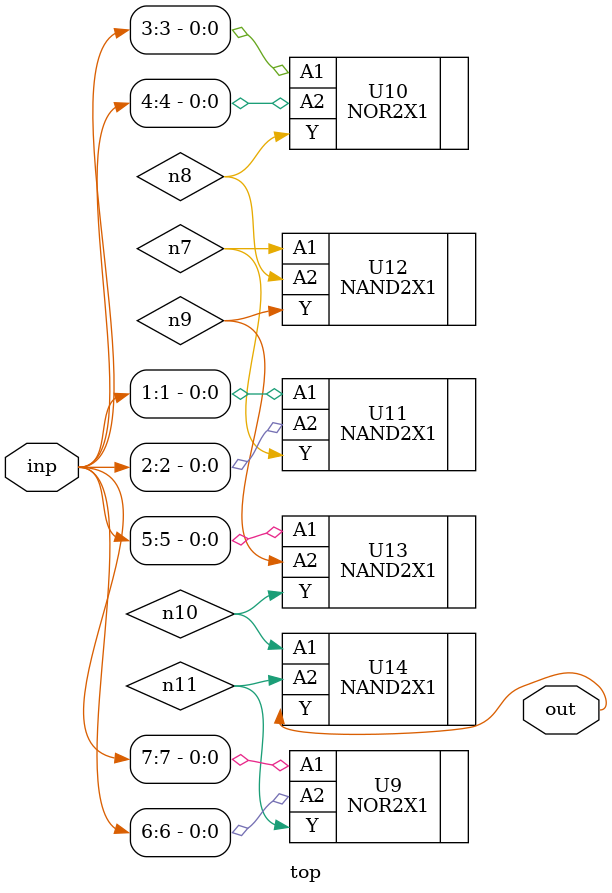
<source format=sv>


module top ( inp, out );
  input [7:0] inp;
  output out;
  wire   n7, n8, n9, n10, n11;

  NOR2X1 U9 ( .A1(inp[7]), .A2(inp[6]), .Y(n11) );
  NOR2X1 U10 ( .A1(inp[3]), .A2(inp[4]), .Y(n8) );
  NAND2X1 U11 ( .A1(inp[1]), .A2(inp[2]), .Y(n7) );
  NAND2X1 U12 ( .A1(n7), .A2(n8), .Y(n9) );
  NAND2X1 U13 ( .A1(inp[5]), .A2(n9), .Y(n10) );
  NAND2X1 U14 ( .A1(n10), .A2(n11), .Y(out) );
endmodule


</source>
